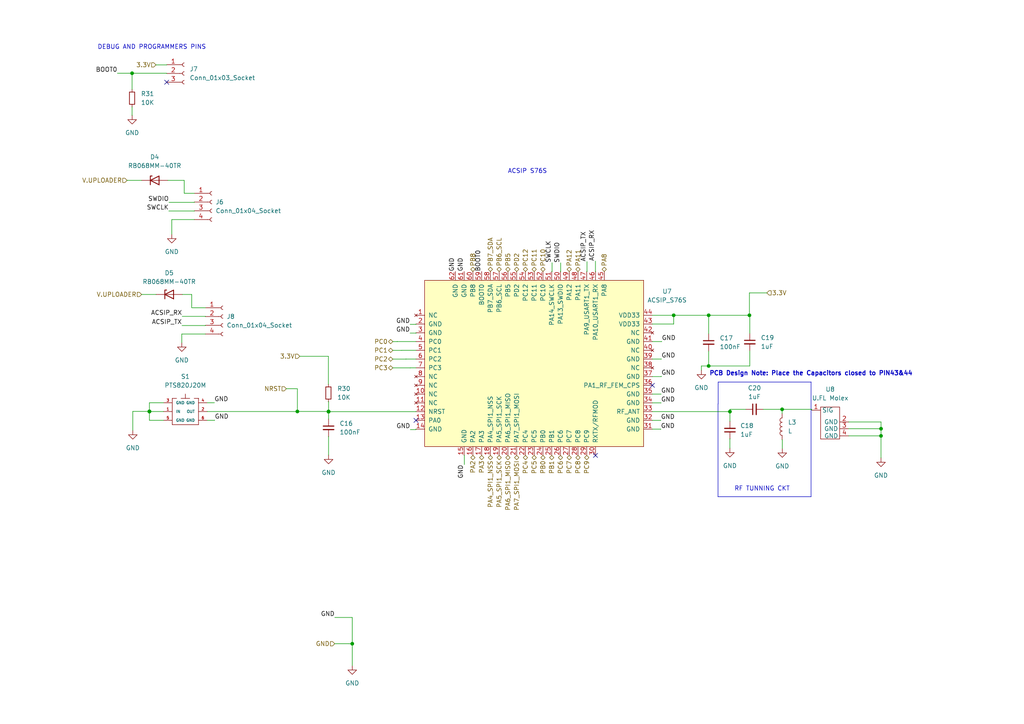
<source format=kicad_sch>
(kicad_sch (version 20231120) (generator "eeschema") (generator_version "8.0")
  (paper "A4")
  (title_block (title "PWX-Schematic_Repo") (date "2024-10-04") (rev "0") (company "Packetworx") (comment 1 "J.Javier"))
  (lib_symbols
    (symbol "Connector:Conn_01x03_Socket" (pin_names (offset 1.016) hide)
      (property "Reference" "J" (at 0 5.08 0))
      (property "Value" "Conn_01x03_Socket" (at 0 -5.08 0))
      (symbol "Conn_01x03_Socket_1_1"
        (arc (start 0 -2.032) (mid -0.5058 -2.54) (end 0 -3.048) (stroke (width 0.1524)))
        (polyline (pts (xy -1.27 -2.54) (xy -0.508 -2.54)) (stroke (width 0.1524)))
        (polyline (pts (xy -1.27 0) (xy -0.508 0)) (stroke (width 0.1524)))
        (polyline (pts (xy -1.27 2.54) (xy -0.508 2.54)) (stroke (width 0.1524)))
        (arc (start 0 0.508) (mid -0.5058 0) (end 0 -0.508) (stroke (width 0.1524)))
        (arc (start 0 3.048) (mid -0.5058 2.54) (end 0 2.032) (stroke (width 0.1524)))
        (pin passive line (at -5.08 2.54 0) (length 3.81) (name "Pin_1") (number "1"))
        (pin passive line (at -5.08 0 0) (length 3.81) (name "Pin_2") (number "2"))
        (pin passive line (at -5.08 -2.54 0) (length 3.81) (name "Pin_3") (number "3"))
      )
    )
    (symbol "Connector:Conn_01x04_Socket" (pin_names (offset 1.016) hide)
      (property "Reference" "J" (at 0 5.08 0))
      (property "Value" "Conn_01x04_Socket" (at 0 -7.62 0))
      (symbol "Conn_01x04_Socket_1_1"
        (arc (start 0 -4.572) (mid -0.5058 -5.08) (end 0 -5.588) (stroke (width 0.1524)))
        (arc (start 0 -2.032) (mid -0.5058 -2.54) (end 0 -3.048) (stroke (width 0.1524)))
        (polyline (pts (xy -1.27 -5.08) (xy -0.508 -5.08)) (stroke (width 0.1524)))
        (polyline (pts (xy -1.27 -2.54) (xy -0.508 -2.54)) (stroke (width 0.1524)))
        (polyline (pts (xy -1.27 0) (xy -0.508 0)) (stroke (width 0.1524)))
        (polyline (pts (xy -1.27 2.54) (xy -0.508 2.54)) (stroke (width 0.1524)))
        (arc (start 0 0.508) (mid -0.5058 0) (end 0 -0.508) (stroke (width 0.1524)))
        (arc (start 0 3.048) (mid -0.5058 2.54) (end 0 2.032) (stroke (width 0.1524)))
        (pin passive line (at -5.08 2.54 0) (length 3.81) (name "Pin_1") (number "1"))
        (pin passive line (at -5.08 0 0) (length 3.81) (name "Pin_2") (number "2"))
        (pin passive line (at -5.08 -2.54 0) (length 3.81) (name "Pin_3") (number "3"))
        (pin passive line (at -5.08 -5.08 0) (length 3.81) (name "Pin_4") (number "4"))
      )
    )
    (symbol "Device:C_Small" (pin_numbers hide) (pin_names (offset 0.254) hide)
      (property "Reference" "C" (at 0.254 1.778 0))
      (property "Value" "C_Small" (at 0.254 -2.032 0))
      (symbol "C_Small_0_1"
        (polyline (pts (xy -1.524 -0.508) (xy 1.524 -0.508)) (stroke (width 0.3302)))
        (polyline (pts (xy -1.524 0.508) (xy 1.524 0.508)) (stroke (width 0.3048)))
      )
      (symbol "C_Small_1_1"
        (pin passive line (at 0 2.54 270) (length 2.032) (name "~") (number "1"))
        (pin passive line (at 0 -2.54 90) (length 2.032) (name "~") (number "2"))
      )
    )
    (symbol "Device:D_Zener" (pin_numbers hide) (pin_names (offset 1.016) hide)
      (property "Reference" "D" (at 0 2.54 0))
      (property "Value" "D_Zener" (at 0 -2.54 0))
      (symbol "D_Zener_0_1"
        (polyline (pts (xy 1.27 0) (xy -1.27 0)))
        (polyline (pts (xy -1.27 -1.27) (xy -1.27 1.27) (xy -0.762 1.27)) (stroke (width 0.254)))
        (polyline (pts (xy 1.27 -1.27) (xy 1.27 1.27) (xy -1.27 0) (xy 1.27 -1.27)) (stroke (width 0.254)))
      )
      (symbol "D_Zener_1_1"
        (pin passive line (at -3.81 0 0) (length 2.54) (name "K") (number "1"))
        (pin passive line (at 3.81 0 180) (length 2.54) (name "A") (number "2"))
      )
    )
    (symbol "Device:L" (pin_numbers hide) (pin_names (offset 1.016) hide)
      (property "Reference" "L" (at -1.27 0 90))
      (property "Value" "L" (at 1.905 0 90))
      (symbol "L_0_1"
        (arc (start 0 -2.54) (mid 0.6323 -1.905) (end 0 -1.27))
        (arc (start 0 -1.27) (mid 0.6323 -0.635) (end 0 0))
        (arc (start 0 0) (mid 0.6323 0.635) (end 0 1.27))
        (arc (start 0 1.27) (mid 0.6323 1.905) (end 0 2.54))
      )
      (symbol "L_1_1"
        (pin passive line (at 0 3.81 270) (length 1.27) (name "1") (number "1"))
        (pin passive line (at 0 -3.81 90) (length 1.27) (name "2") (number "2"))
      )
    )
    (symbol "Device:R_Small" (pin_numbers hide) (pin_names (offset 0.254) hide)
      (property "Reference" "R" (at 0.762 0.508 0))
      (property "Value" "R_Small" (at 0.762 -1.016 0))
      (symbol "R_Small_0_1"
        (rectangle (start -0.762 1.778) (end 0.762 -1.778) (stroke (width 0.2032)))
      )
      (symbol "R_Small_1_1"
        (pin passive line (at 0 2.54 270) (length 0.762) (name "~") (number "1"))
        (pin passive line (at 0 -2.54 90) (length 0.762) (name "~") (number "2"))
      )
    )
    (symbol "PWX2023_SYMBOL:ACSIP_S76S" (pin_names (offset 1.016))
      (property "Reference" "U" (at 1.27 49.53 0))
      (property "Value" "ACSIP_S76S" (at 33.02 24.13 0))
      (symbol "ACSIP_S76S_0_1"
        (rectangle (start 0 0) (end 63.5 48.26) (fill (type background)))
      )
      (symbol "ACSIP_S76S_1_1"
        (pin no_connect line (at -2.54 38.1 0) (length 2.54) (name "NC") (number "1"))
        (pin no_connect line (at -2.54 15.24 0) (length 2.54) (name "NC") (number "10"))
        (pin no_connect line (at -2.54 12.7 0) (length 2.54) (name "NC") (number "11"))
        (pin input line (at -2.54 10.16 0) (length 2.54) (name "NRST") (number "12"))
        (pin bidirectional line (at -2.54 7.62 0) (length 2.54) (name "PA0") (number "13"))
        (pin passive line (at -2.54 5.08 0) (length 2.54) (name "GND") (number "14"))
        (pin passive line (at 11.43 -2.54 90) (length 2.54) (name "GND") (number "15"))
        (pin bidirectional line (at 13.97 -2.54 90) (length 2.54) (name "PA2") (number "16"))
        (pin bidirectional line (at 16.51 -2.54 90) (length 2.54) (name "PA3") (number "17"))
        (pin bidirectional line (at 19.05 -2.54 90) (length 2.54) (name "PA4_SPI1_NSS") (number "18"))
        (pin bidirectional line (at 21.59 -2.54 90) (length 2.54) (name "PA5_SPI1_SCK") (number "19"))
        (pin passive line (at -2.54 35.56 0) (length 2.54) (name "GND") (number "2"))
        (pin bidirectional line (at 24.13 -2.54 90) (length 2.54) (name "PA6_SPI1_MISO") (number "20"))
        (pin bidirectional line (at 26.67 -2.54 90) (length 2.54) (name "PA7_SPI1_MOSI") (number "21"))
        (pin bidirectional line (at 29.21 -2.54 90) (length 2.54) (name "PC4") (number "22"))
        (pin bidirectional line (at 31.75 -2.54 90) (length 2.54) (name "PC5") (number "23"))
        (pin bidirectional line (at 34.29 -2.54 90) (length 2.54) (name "PB0") (number "24"))
        (pin bidirectional line (at 36.83 -2.54 90) (length 2.54) (name "PB1") (number "25"))
        (pin bidirectional line (at 39.37 -2.54 90) (length 2.54) (name "PC6") (number "26"))
        (pin bidirectional line (at 41.91 -2.54 90) (length 2.54) (name "PC7") (number "27"))
        (pin bidirectional line (at 44.45 -2.54 90) (length 2.54) (name "PC8") (number "28"))
        (pin bidirectional line (at 46.99 -2.54 90) (length 2.54) (name "PC9") (number "29"))
        (pin passive line (at -2.54 33.02 0) (length 2.54) (name "GND") (number "3"))
        (pin output line (at 49.53 -2.54 90) (length 2.54) (name "RXTX/RFMOD") (number "30"))
        (pin passive line (at 66.04 5.08 180) (length 2.54) (name "GND") (number "31"))
        (pin passive line (at 66.04 7.62 180) (length 2.54) (name "GND") (number "32"))
        (pin bidirectional line (at 66.04 10.16 180) (length 2.54) (name "RF_ANT") (number "33"))
        (pin passive line (at 66.04 12.7 180) (length 2.54) (name "GND") (number "34"))
        (pin passive line (at 66.04 15.24 180) (length 2.54) (name "GND") (number "35"))
        (pin output line (at 66.04 17.78 180) (length 2.54) (name "PA1_RF_FEM_CPS") (number "36"))
        (pin passive line (at 66.04 20.32 180) (length 2.54) (name "GND") (number "37"))
        (pin no_connect line (at 66.04 22.86 180) (length 2.54) (name "NC") (number "38"))
        (pin passive line (at 66.04 25.4 180) (length 2.54) (name "GND") (number "39"))
        (pin bidirectional line (at -2.54 30.48 0) (length 2.54) (name "PC0") (number "4"))
        (pin no_connect line (at 66.04 27.94 180) (length 2.54) (name "NC") (number "40"))
        (pin passive line (at 66.04 30.48 180) (length 2.54) (name "GND") (number "41"))
        (pin no_connect line (at 66.04 33.02 180) (length 2.54) (name "NC") (number "42"))
        (pin power_in line (at 66.04 35.56 180) (length 2.54) (name "VDD33") (number "43"))
        (pin power_in line (at 66.04 38.1 180) (length 2.54) (name "VDD33") (number "44"))
        (pin bidirectional line (at 52.07 50.8 270) (length 2.54) (name "PA8") (number "45"))
        (pin bidirectional line (at 49.53 50.8 270) (length 2.54) (name "PA10_USART1_RX") (number "46"))
        (pin bidirectional line (at 46.99 50.8 270) (length 2.54) (name "PA9_USART1_TX") (number "47"))
        (pin bidirectional line (at 44.45 50.8 270) (length 2.54) (name "PA11") (number "48"))
        (pin bidirectional line (at 41.91 50.8 270) (length 2.54) (name "PA12") (number "49"))
        (pin bidirectional line (at -2.54 27.94 0) (length 2.54) (name "PC1") (number "5"))
        (pin bidirectional line (at 39.37 50.8 270) (length 2.54) (name "PA13_SWDIO") (number "50"))
        (pin bidirectional line (at 36.83 50.8 270) (length 2.54) (name "PA14_SWCLK") (number "51"))
        (pin bidirectional line (at 34.29 50.8 270) (length 2.54) (name "PC10") (number "52"))
        (pin bidirectional line (at 31.75 50.8 270) (length 2.54) (name "PC11") (number "53"))
        (pin bidirectional line (at 29.21 50.8 270) (length 2.54) (name "PC12") (number "54"))
        (pin bidirectional line (at 26.67 50.8 270) (length 2.54) (name "PD2") (number "55"))
        (pin bidirectional line (at 24.13 50.8 270) (length 2.54) (name "PB5") (number "56"))
        (pin bidirectional line (at 21.59 50.8 270) (length 2.54) (name "PB6_SCL") (number "57"))
        (pin bidirectional line (at 19.05 50.8 270) (length 2.54) (name "PB7_SDA") (number "58"))
        (pin bidirectional line (at 16.51 50.8 270) (length 2.54) (name "BOOT0") (number "59"))
        (pin bidirectional line (at -2.54 25.4 0) (length 2.54) (name "PC2") (number "6"))
        (pin bidirectional line (at 13.97 50.8 270) (length 2.54) (name "PB8") (number "60"))
        (pin passive line (at 11.43 50.8 270) (length 2.54) (name "GND") (number "61"))
        (pin passive line (at 8.89 50.8 270) (length 2.54) (name "GND") (number "62"))
        (pin bidirectional line (at -2.54 22.86 0) (length 2.54) (name "PC3") (number "7"))
        (pin no_connect line (at -2.54 20.32 0) (length 2.54) (name "NC") (number "8"))
        (pin no_connect line (at -2.54 17.78 0) (length 2.54) (name "NC") (number "9"))
      )
    )
    (symbol "PWX2023_SYMBOL:PTS820J20M" (pin_names (offset 1.016))
      (property "Reference" "S" (at 8.89 -11.43 0))
      (property "Value" "PTS820J20M" (at 8.89 0 0))
      (symbol "PTS820J20M_0_1"
        (rectangle (start 5.08 -10.16) (end 12.7 -10.16))
        (rectangle (start 5.08 -2.54) (end 5.08 -10.16))
        (rectangle (start 5.08 -2.54) (end 6.35 -2.54))
        (rectangle (start 7.62 -2.54) (end 10.16 -2.54))
        (rectangle (start 8.89 -1.27) (end 8.89 -2.54))
        (rectangle (start 12.7 -10.16) (end 12.7 -2.54))
        (rectangle (start 12.7 -2.54) (end 11.43 -2.54))
        (rectangle (start 12.7 -2.54) (end 12.7 -2.54))
      )
      (symbol "PTS820J20M_1_1"
        (pin input line (at 2.54 -6.35 0) (length 2.54) (name "IN") (number "1"))
        (pin input line (at 15.24 -6.35 180) (length 2.54) (name "OUT") (number "2"))
        (pin input line (at 2.54 -3.81 0) (length 2.54) (name "GND") (number "3"))
        (pin input line (at 15.24 -3.81 180) (length 2.54) (name "GND") (number "4"))
        (pin input line (at 2.54 -8.89 0) (length 2.54) (name "GND") (number "5"))
        (pin input line (at 15.24 -8.89 180) (length 2.54) (name "GND") (number "6"))
      )
    )
    (symbol "PWX2023_SYMBOL:U.FL-Molex"
      (property "Reference" "U" (at -0.0972 -1.295 0))
      (property "Value" "U.FL Molex" (at 0 0 0))
      (symbol "U.FL-Molex_0_1"
        (rectangle (start -1.7231 9.5688) (end 3.81 0.2992))
      )
      (symbol "U.FL-Molex_1_1"
        (pin input line (at -4.3203 8.6608 0) (length 2.54) (name "SIG") (number "1"))
        (pin input line (at 6.4274 5.2402 180) (length 2.54) (name "GND") (number "2"))
        (pin input line (at 6.4274 3.2764 180) (length 2.54) (name "GND") (number "3"))
        (pin input line (at 6.4485 1.2071 180) (length 2.54) (name "GND") (number "4"))
      )
    )
    (symbol "power:GND" (power) (pin_names (offset 0))
      (property "Value" "GND" (at 0 -3.81 0))
      (symbol "GND_0_1"
        (polyline (pts (xy 0 0) (xy 0 -1.27) (xy 1.27 -1.27) (xy 0 -2.54) (xy -1.27 -1.27) (xy 0 -1.27)))
      )
      (symbol "GND_1_1"
        (pin power_in line (at 0 0 270) (length 0) hide (name "GND") (number "1"))
      )
    )
  )
  (junction (at 211.7107 119.385))
  (junction (at 255.5343 124.3502))
  (junction (at 205.5425 91.445))
  (junction (at 38.3056 21.2391))
  (junction (at 95.2972 119.3435))
  (junction (at 43.3397 119.3618))
  (junction (at 217.3651 91.445))
  (junction (at 86.2546 119.3435))
  (junction (at 226.845 118.7207))
  (junction (at 102.1677 186.7088))
  (junction (at 43.3397 119.3202))
  (junction (at 195.3942 91.445))
  (junction (at 95.2972 119.4015))
  (junction (at 255.5244 126.4195))
  (junction (at 205.5425 106.1498))
  (no_connect (at 120.6485 121.925))
  (no_connect (at 189.2285 111.765))
  (no_connect (at 48.3407 23.8446))
  (no_connect (at 172.7185 132.085))
  (wire (pts (xy 38.3056 21.2391) (xy 48.3407 21.2391)))
  (wire (pts (xy 211.6963 127.2888) (xy 211.7107 127.2888)))
  (wire (pts (xy 86.2546 119.3618) (xy 86.2546 119.3435)))
  (wire (pts (xy 49.8238 63.6836) (xy 49.8238 67.9391)))
  (wire (pts (xy 47.4188 121.9018) (xy 43.3397 121.9018)))
  (wire (pts (xy 95.2972 119.4015) (xy 120.6485 119.4015)))
  (wire (pts (xy 117.7474 104.1568) (xy 117.7474 104.145)))
  (wire (pts (xy 36.8611 52.315) (xy 41.0591 52.315)))
  (wire (pts (xy 95.2957 131.9882) (xy 95.2957 126.6314)))
  (wire (pts (xy 38.3056 33.4316) (xy 38.3261 33.4316)))
  (wire (pts (xy 119.0064 124.6001) (xy 120.6485 124.6001)))
  (wire (pts (xy 95.2972 119.3435) (xy 95.2972 116.5313)))
  (wire (pts (xy 97.0877 186.7088) (xy 102.1677 186.7088)))
  (wire (pts (xy 43.3397 121.9018) (xy 43.3397 119.3618)))
  (wire (pts (xy 115.2074 99.065) (xy 120.6485 99.065)))
  (wire (pts (xy 246.1541 124.3502) (xy 255.5343 124.3502)))
  (wire (pts (xy 43.3397 119.3202) (xy 43.3397 119.3618)))
  (wire (pts (xy 191.7174 114.305) (xy 191.7174 114.3097)))
  (wire (pts (xy 191.6535 124.465) (xy 191.6535 124.5605)))
  (wire (pts (xy 189.2285 93.985) (xy 195.3942 93.985)))
  (wire (pts (xy 195.3942 91.445) (xy 205.5425 91.445)))
  (wire (pts (xy 60.1188 119.3618) (xy 86.2546 119.3618)))
  (wire (pts (xy 189.2285 104.145) (xy 191.8205 104.145)))
  (wire (pts (xy 113.9374 106.6968) (xy 119.0174 106.6968)))
  (wire (pts (xy 43.3397 119.3618) (xy 47.4188 119.3618)))
  (wire (pts (xy 235.4064 118.7207) (xy 235.4064 118.9658)))
  (wire (pts (xy 52.7277 99.3866) (xy 52.7277 96.8874)))
  (wire (pts (xy 38.3056 25.9413) (xy 38.3056 21.2391)))
  (wire (pts (xy 246.1752 126.4195) (xy 255.5244 126.4195)))
  (wire (pts (xy 211.6963 130.0133) (xy 211.6963 127.2888)))
  (wire (pts (xy 222.4152 84.953) (xy 217.3651 84.953)))
  (wire (pts (xy 116.4774 101.605) (xy 120.6485 101.605)))
  (wire (pts (xy 59.5676 94.4176) (xy 59.5676 94.3474)))
  (wire (pts (xy 217.4703 91.445) (xy 217.4703 96.684)))
  (wire (pts (xy 160.1211 76.1959) (xy 160.1211 78.745)))
  (wire (pts (xy 113.9374 101.6168) (xy 116.4774 101.6168)))
  (wire (pts (xy 83.0562 112.7504) (xy 86.2546 112.7504)))
  (wire (pts (xy 41.0675 85.4064) (xy 45.2655 85.4064)))
  (wire (pts (xy 38.3056 31.0213) (xy 38.3056 33.4316)))
  (wire (pts (xy 170.2537 78.745) (xy 170.1785 78.745)))
  (wire (pts (xy 120.6485 119.4015) (xy 120.6485 119.385)))
  (wire (pts (xy 49.0023 58.6968) (xy 56.3642 58.6968)))
  (wire (pts (xy 95.2491 103.3375) (xy 95.2491 111.4513)))
  (wire (pts (xy 191.8205 104.145) (xy 191.8205 104.1078)))
  (wire (pts (xy 211.7107 119.385) (xy 211.7107 122.2088)))
  (wire (pts (xy 255.5244 126.4195) (xy 255.5343 126.4195)))
  (wire (pts (xy 191.7174 116.845) (xy 191.7174 116.8748)))
  (wire (pts (xy 62.2575 121.9018) (xy 62.2575 121.8454)))
  (wire (pts (xy 162.6221 76.244) (xy 162.6221 78.745)))
  (wire (pts (xy 217.3651 84.953) (xy 217.3651 91.445)))
  (wire (pts (xy 226.8947 127.5648) (xy 226.845 127.5648)))
  (wire (pts (xy 120.6485 124.6001) (xy 120.6485 124.465)))
  (wire (pts (xy 226.845 118.7207) (xy 235.4064 118.7207)))
  (wire (pts (xy 172.7066 78.745) (xy 172.7185 78.745)))
  (wire (pts (xy 246.1541 122.3864) (xy 255.5343 122.3864)))
  (wire (pts (xy 55.6098 89.2674) (xy 59.5676 89.2674)))
  (wire (pts (xy 97.0877 179.0888) (xy 102.1677 179.0888)))
  (wire (pts (xy 47.4188 116.8218) (xy 43.3397 116.8218)))
  (wire (pts (xy 189.2285 99.065) (xy 191.9166 99.065)))
  (wire (pts (xy 118.9343 96.6081) (xy 120.6485 96.6081)))
  (wire (pts (xy 170.2537 75.8772) (xy 170.2537 78.745)))
  (wire (pts (xy 195.3942 93.985) (xy 195.3942 91.445)))
  (polyline (pts (xy 208.2992 110.8144) (xy 208.2992 117.1452)))
  (wire (pts (xy 55.6098 85.4064) (xy 55.6098 89.2674)))
  (wire (pts (xy 118.9343 94.0831) (xy 120.6485 94.0831)))
  (wire (pts (xy 119.0174 106.685) (xy 120.6485 106.685)))
  (wire (pts (xy 38.5174 119.3202) (xy 43.3397 119.3202)))
  (wire (pts (xy 255.5244 132.8005) (xy 255.5244 126.4195)))
  (wire (pts (xy 95.2972 116.5313) (xy 95.2491 116.5313)))
  (wire (pts (xy 226.8947 130.1095) (xy 226.8947 127.5648)))
  (wire (pts (xy 117.7474 104.145) (xy 120.6485 104.145)))
  (wire (pts (xy 205.5425 91.445) (xy 217.3651 91.445)))
  (wire (pts (xy 56.3642 61.1978) (xy 56.3642 61.1436)))
  (wire (pts (xy 189.2285 114.305) (xy 191.7174 114.305)))
  (wire (pts (xy 53.4311 56.0636) (xy 56.3642 56.0636)))
  (wire (pts (xy 189.2285 119.385) (xy 211.7107 119.385)))
  (wire (pts (xy 119.0174 106.6968) (xy 119.0174 106.685)))
  (wire (pts (xy 189.2285 116.845) (xy 191.7174 116.845)))
  (polyline (pts (xy 235.2379 144.0669) (xy 235.2379 110.8144)))
  (polyline (pts (xy 208.256 144.0669) (xy 235.2379 144.0669)))
  (wire (pts (xy 95.2957 126.6314) (xy 95.2972 126.6314)))
  (wire (pts (xy 95.2972 121.5514) (xy 95.2972 119.4015)))
  (wire (pts (xy 48.6791 52.315) (xy 53.4311 52.315)))
  (wire (pts (xy 59.5676 91.7642) (xy 59.5676 91.8074)))
  (wire (pts (xy 203.4335 106.1498) (xy 203.4335 107.3798)))
  (wire (pts (xy 116.4774 101.6168) (xy 116.4774 101.605)))
  (wire (pts (xy 102.1677 186.7088) (xy 102.1677 193.0588)))
  (wire (pts (xy 203.4335 106.1498) (xy 205.5425 106.1498)))
  (wire (pts (xy 38.5174 124.8353) (xy 38.5174 119.3202)))
  (wire (pts (xy 52.8855 85.4064) (xy 55.6098 85.4064)))
  (polyline (pts (xy 208.256 117.1631) (xy 208.256 144.0669)))
  (wire (pts (xy 189.2285 121.925) (xy 191.6535 121.925)))
  (wire (pts (xy 86.2546 119.3435) (xy 95.2972 119.3435)))
  (wire (pts (xy 60.1188 121.9018) (xy 62.2575 121.9018)))
  (wire (pts (xy 115.2074 99.0768) (xy 115.2074 99.065)))
  (wire (pts (xy 205.5425 106.1498) (xy 217.4703 106.1498)))
  (wire (pts (xy 52.7277 96.8874) (xy 59.5676 96.8874)))
  (wire (pts (xy 113.9374 104.1568) (xy 117.7474 104.1568)))
  (wire (pts (xy 48.3407 21.2391) (xy 48.3407 21.3046)))
  (wire (pts (xy 86.2546 112.7504) (xy 86.2546 119.3435)))
  (wire (pts (xy 160.1211 78.745) (xy 160.0185 78.745)))
  (wire (pts (xy 255.5343 124.3502) (xy 255.5343 126.4195)))
  (wire (pts (xy 60.1188 116.8218) (xy 62.1613 116.8218)))
  (wire (pts (xy 43.3397 116.8218) (xy 43.3397 119.3202)))
  (wire (pts (xy 211.7107 118.7207) (xy 211.7107 119.385)))
  (wire (pts (xy 134.6798 134.7491) (xy 134.6798 132.085)))
  (wire (pts (xy 45.2323 18.8196) (xy 48.3407 18.8196)))
  (wire (pts (xy 38.3056 21.2391) (xy 34.0483 21.2391)))
  (wire (pts (xy 62.1613 116.8218) (xy 62.1613 116.7793)))
  (wire (pts (xy 226.845 118.7207) (xy 226.845 119.9448)))
  (wire (pts (xy 191.6535 121.925) (xy 191.6535 121.9312)))
  (wire (pts (xy 120.6485 96.6081) (xy 120.6485 96.525)))
  (wire (pts (xy 191.9166 99.065) (xy 191.9166 99.0468)))
  (wire (pts (xy 221.3689 118.7207) (xy 226.845 118.7207)))
  (wire (pts (xy 172.7066 75.7329) (xy 172.7066 78.745)))
  (wire (pts (xy 189.2285 109.225) (xy 191.8027 109.225)))
  (wire (pts (xy 189.2285 91.445) (xy 195.3942 91.445)))
  (wire (pts (xy 113.9374 99.0768) (xy 115.2074 99.0768)))
  (wire (pts (xy 52.836 91.7642) (xy 59.5676 91.7642)))
  (wire (pts (xy 120.6485 94.0831) (xy 120.6485 93.985)))
  (polyline (pts (xy 235.2838 110.8144) (xy 208.2992 110.8144)))
  (wire (pts (xy 56.3642 63.6836) (xy 49.8238 63.6836)))
  (wire (pts (xy 102.1677 179.0888) (xy 102.1677 186.7088)))
  (wire (pts (xy 95.2972 119.4015) (xy 95.2972 119.3435)))
  (wire (pts (xy 191.8027 109.225) (xy 191.8027 109.0991)))
  (wire (pts (xy 48.3407 18.8196) (xy 48.3407 18.7646)))
  (wire (pts (xy 217.4703 106.1498) (xy 217.4703 101.764)))
  (wire (pts (xy 86.9552 103.3375) (xy 95.2491 103.3375)))
  (wire (pts (xy 205.5425 91.445) (xy 205.5425 96.7802)))
  (wire (pts (xy 205.5425 101.8602) (xy 205.5425 106.1498)))
  (wire (pts (xy 53.4311 52.315) (xy 53.4311 56.0636)))
  (wire (pts (xy 48.9542 61.1978) (xy 56.3642 61.1978)))
  (wire (pts (xy 162.6221 78.745) (xy 162.5585 78.745)))
  (wire (pts (xy 52.7839 94.4176) (xy 59.5676 94.4176)))
  (wire (pts (xy 56.3642 58.6968) (xy 56.3642 58.6036)))
  (wire (pts (xy 217.3651 91.445) (xy 217.4703 91.445)))
  (wire (pts (xy 211.7107 118.7207) (xy 216.2889 118.7207)))
  (wire (pts (xy 189.2285 124.465) (xy 191.6535 124.465)))
  (wire (pts (xy 255.5343 122.3864) (xy 255.5343 124.3502)))
  (wire (pts (xy 134.6798 132.085) (xy 134.6185 132.085)))
  (text "RF TUNNING CKT" (at 212.9709 142.5904 0) (effects (font (size 1.27 1.27)) (justify left bottom)))
  (text "DEBUG AND PROGRAMMERS PINS" (at 28.2691 14.4936 0) (effects (font (size 1.27 1.27)) (justify left bottom)))
  (text "PCB Design Note: Place the Capacitors closed to PIN43&44" (at 235.2304 108.403 0) (effects (font (size 1.27 1.27) (thickness 0.254) (bold yes))))
  (text "ACSIP S76S" (at 147.252 50.5006 0) (effects (font (size 1.27 1.27)) (justify left bottom)))
  (label "GND" (at 62.2575 121.8454 0))
  (label "GND" (at 191.8205 104.1078 0))
  (label "GND" (at 134.6798 134.7491 270))
  (label "GND" (at 191.9166 99.0468 0))
  (label "GND" (at 119.0064 124.6001 180))
  (label "BOOT0" (at 34.0483 21.2391 180))
  (label "GND" (at 191.8027 109.0991 0))
  (label "GND" (at 97.0877 179.0888 180))
  (label "ACSIP_RX" (at 52.836 91.7642 180))
  (label "ACSIP_TX" (at 52.7839 94.4176 180))
  (label "GND" (at 191.7174 114.3097 0))
  (label "GND" (at 132.0785 78.745 90))
  (label "SWDIO" (at 162.6221 76.244 90))
  (label "SWCLK" (at 160.1211 76.1959 90))
  (label "GND" (at 118.9343 94.0831 180))
  (label "GND" (at 134.6185 78.745 90))
  (label "GND" (at 62.1613 116.7793 0))
  (label "GND" (at 191.7174 116.8748 0))
  (label "GND" (at 118.9343 96.6081 180))
  (label "ACSIP_RX" (at 172.7066 75.7329 90))
  (label "ACSIP_TX" (at 170.2537 75.8772 90))
  (label "GND" (at 191.6535 124.5605 0))
  (label "GND" (at 191.6535 121.9312 0))
  (label "SWDIO" (at 49.0023 58.6968 180))
  (label "BOOT0" (at 139.6985 78.745 90))
  (label "SWCLK" (at 48.9542 61.1978 180))
  (hierarchical_label "PC10" (shape bidirectional) (at 157.4785 78.745 90))
  (hierarchical_label "PD2" (shape bidirectional) (at 149.8585 78.745 90))
  (hierarchical_label "PB8" (shape bidirectional) (at 137.1585 78.745 90))
  (hierarchical_label "PC5" (shape bidirectional) (at 154.9385 132.085 270))
  (hierarchical_label "PB0" (shape bidirectional) (at 157.4785 132.085 270))
  (hierarchical_label "3.3V" (shape input) (at 86.9552 103.3375 180))
  (hierarchical_label "PB1" (shape bidirectional) (at 160.0185 132.085 270))
  (hierarchical_label "GND" (shape input) (at 97.0877 186.7088 180))
  (hierarchical_label "3.3V" (shape input) (at 222.4152 84.953 0))
  (hierarchical_label "PA12" (shape bidirectional) (at 165.0985 78.745 90))
  (hierarchical_label "PA8" (shape bidirectional) (at 175.2585 78.745 90))
  (hierarchical_label "PA3" (shape bidirectional) (at 139.6985 132.085 270))
  (hierarchical_label "PC4" (shape bidirectional) (at 152.3985 132.085 270))
  (hierarchical_label "PA7_SPI1_MOSI" (shape bidirectional) (at 149.8585 132.085 270))
  (hierarchical_label "PC6" (shape bidirectional) (at 162.5585 132.085 270))
  (hierarchical_label "3.3V" (shape input) (at 45.2323 18.8196 180))
  (hierarchical_label "PA6_SPI1_MISO" (shape bidirectional) (at 147.3185 132.085 270))
  (hierarchical_label "PC9" (shape bidirectional) (at 170.1785 132.085 270))
  (hierarchical_label "PC8" (shape bidirectional) (at 167.6385 132.085 270))
  (hierarchical_label "PC3" (shape bidirectional) (at 113.9374 106.6968 180))
  (hierarchical_label "NRST" (shape input) (at 83.0562 112.7504 180))
  (hierarchical_label "PB6_SCL" (shape bidirectional) (at 144.7785 78.745 90))
  (hierarchical_label "PC7" (shape bidirectional) (at 165.0985 132.085 270))
  (hierarchical_label "V.UPLOADER" (shape input) (at 41.0675 85.4064 180))
  (hierarchical_label "PC1" (shape bidirectional) (at 113.9374 101.6168 180))
  (hierarchical_label "PA4_SPI1_NSS" (shape bidirectional) (at 142.2385 132.085 270))
  (hierarchical_label "V.UPLOADER" (shape input) (at 36.8611 52.315 180))
  (hierarchical_label "PA11" (shape bidirectional) (at 167.6385 78.745 90))
  (hierarchical_label "PC11" (shape bidirectional) (at 154.9385 78.745 90))
  (hierarchical_label "PB5" (shape bidirectional) (at 147.3185 78.745 90))
  (hierarchical_label "PC2" (shape bidirectional) (at 113.9374 104.1568 180))
  (hierarchical_label "PA5_SPI1_SCK" (shape bidirectional) (at 144.7785 132.085 270))
  (hierarchical_label "PC0" (shape bidirectional) (at 113.9374 99.0768 180))
  (hierarchical_label "PA2" (shape bidirectional) (at 137.1585 132.085 270))
  (hierarchical_label "PC12" (shape bidirectional) (at 152.3985 78.745 90))
  (hierarchical_label "PB7_SDA" (shape bidirectional) (at 142.2385 78.745 90))
  (symbol (lib_id "Connector:Conn_01x03_Socket") (at 53.4207 21.3046 0) (unit 1)
    (property "Reference" "J7" (at 54.9959 20.0346 0) (effects (justify left)))
    (property "Value" "Conn_01x03_Socket" (at 54.9959 22.5746 0) (effects (justify left)))
    (property "Footprint" "Connector_PinSocket_2.54mm:PinSocket_1x03_P2.54mm_Vertical" (effects (hide yes)))
    (instances (project "Fuel Sensor 12V Modbus Version Optimized" (path "" (reference "J7") (unit 1))) (project "PWX-Schematic Repo" (path "" (reference "J?") (unit 1))))
  )
  (symbol (lib_id "power:GND") (at 203.4335 107.3798 0) (unit 1)
    (property "Reference" "#PWR044" (effects (hide yes)))
    (property "Value" "GND" (at 203.4335 112.4598 0))
    (instances (project "Fuel Sensor 12V Modbus Version Optimized" (path "" (reference "#PWR044") (unit 1))) (project "PWX-Schematic Repo" (path "" (reference "#PWR?") (unit 1))))
  )
  (symbol (lib_id "Device:C_Small") (at 217.4703 99.224 0) (unit 1)
    (property "Reference" "C19" (at 220.6453 97.9603 0) (effects (justify left)))
    (property "Value" "1uF" (at 220.6453 100.5003 0) (effects (justify left)))
    (property "Footprint" "Packetworx Symbol&Footprints:C_0603_1608Metric" (effects (hide yes)))
    (instances (project "Fuel Sensor 12V Modbus Version Optimized" (path "" (reference "C19") (unit 1))) (project "PWX-Schematic Repo" (path "" (reference "C?") (unit 1))))
  )
  (symbol (lib_id "power:GND") (at 38.5174 124.8353 0) (unit 1)
    (property "Reference" "#PWR041" (effects (hide yes)))
    (property "Value" "GND" (at 38.5174 129.9153 0))
    (instances (project "Fuel Sensor 12V Modbus Version Optimized" (path "" (reference "#PWR041") (unit 1))) (project "PWX-Schematic Repo" (path "" (reference "#PWR?") (unit 1))))
  )
  (symbol (lib_id "power:GND") (at 38.3261 33.4316 0) (unit 1)
    (property "Reference" "#PWR047" (effects (hide yes)))
    (property "Value" "GND" (at 38.3261 38.5116 0))
    (instances (project "Fuel Sensor 12V Modbus Version Optimized" (path "" (reference "#PWR047") (unit 1))) (project "PWX-Schematic Repo" (path "" (reference "#PWR?") (unit 1))))
  )
  (symbol (lib_id "Device:C_Small") (at 218.8289 118.7207 90) (unit 1)
    (property "Reference" "C20" (at 218.8352 112.547 90))
    (property "Value" "1uF" (at 218.8352 115.087 90))
    (property "Footprint" "Packetworx Symbol&Footprints:C_0603_1608Metric" (effects (hide yes)))
    (instances (project "Fuel Sensor 12V Modbus Version Optimized" (path "" (reference "C20") (unit 1))) (project "PWX-Schematic Repo" (path "" (reference "C?") (unit 1))))
  )
  (symbol (lib_id "Device:R_Small") (at 38.3056 28.4813 0) (unit 1)
    (property "Reference" "R31" (at 40.8456 27.2113 0) (effects (justify left)))
    (property "Value" "10K" (at 40.8456 29.7513 0) (effects (justify left)))
    (property "Footprint" "Packetworx Symbol&Footprints:R_0603_1608Metric" (effects (hide yes)))
    (instances (project "Fuel Sensor 12V Modbus Version Optimized" (path "" (reference "R31") (unit 1))) (project "PWX-Schematic Repo" (path "" (reference "R?") (unit 1))))
  )
  (symbol (lib_id "power:GND") (at 255.5244 132.8005 0) (unit 1)
    (property "Reference" "#PWR048" (effects (hide yes)))
    (property "Value" "GND" (at 255.5244 137.8805 0))
    (instances (project "Fuel Sensor 12V Modbus Version Optimized" (path "" (reference "#PWR048") (unit 1))) (project "PWX-Schematic Repo" (path "" (reference "#PWR?") (unit 1))))
  )
  (symbol (lib_id "power:GND") (at 102.1677 193.0588 0) (unit 1)
    (property "Reference" "#PWR043" (effects (hide yes)))
    (property "Value" "GND" (at 102.1677 198.1388 0))
    (instances (project "Fuel Sensor 12V Modbus Version Optimized" (path "" (reference "#PWR043") (unit 1))) (project "PWX-Schematic Repo" (path "" (reference "#PWR?") (unit 1))))
  )
  (symbol (lib_id "power:GND") (at 226.8947 130.1095 0) (unit 1)
    (property "Reference" "#PWR046" (effects (hide yes)))
    (property "Value" "GND" (at 226.8947 135.1895 0))
    (instances (project "Fuel Sensor 12V Modbus Version Optimized" (path "" (reference "#PWR046") (unit 1))) (project "PWX-Schematic Repo" (path "" (reference "#PWR?") (unit 1))))
  )
  (symbol (lib_id "Device:L") (at 226.845 123.7548 180) (unit 1)
    (property "Reference" "L3" (at 228.5299 122.4848 0) (effects (justify right)))
    (property "Value" "L" (at 228.5299 125.0248 0) (effects (justify right)))
    (property "Footprint" "Packetworx Symbol&Footprints:C_0805_2012Metric" (effects (hide yes)))
    (instances (project "Fuel Sensor 12V Modbus Version Optimized" (path "" (reference "L3") (unit 1))) (project "PWX-Schematic Repo" (path "" (reference "L?") (unit 1))))
  )
  (symbol (lib_id "Device:C_Small") (at 211.7107 124.7488 180) (unit 1)
    (property "Reference" "C18" (at 214.6952 123.4724 0) (effects (justify right)))
    (property "Value" "1uF" (at 214.6952 126.0124 0) (effects (justify right)))
    (property "Footprint" "Packetworx Symbol&Footprints:C_0603_1608Metric" (effects (hide yes)))
    (instances (project "Fuel Sensor 12V Modbus Version Optimized" (path "" (reference "C18") (unit 1))) (project "PWX-Schematic Repo" (path "" (reference "C?") (unit 1))))
  )
  (symbol (lib_id "Device:D_Zener") (at 49.0755 85.4064 0) (unit 1)
    (property "Reference" "D5" (at 49.0755 79.1668 0))
    (property "Value" "RB068MM-40TR" (at 49.0755 81.7068 0))
    (property "Footprint" "Diode_SMD:D_SOD-123F" (effects (hide yes)))
    (instances (project "Fuel Sensor 12V Modbus Version Optimized" (path "" (reference "D5") (unit 1))) (project "PWX-Schematic Repo" (path "" (reference "D?") (unit 1))))
  )
  (symbol (lib_id "Connector:Conn_01x04_Socket") (at 61.4442 58.6036 0) (unit 1)
    (property "Reference" "J6" (at 62.5158 58.6036 0) (effects (justify left)))
    (property "Value" "Conn_01x04_Socket" (at 62.5158 61.1436 0) (effects (justify left)))
    (property "Footprint" "Connector_PinSocket_2.54mm:PinSocket_1x04_P2.54mm_Vertical" (effects (hide yes)))
    (instances (project "Fuel Sensor 12V Modbus Version Optimized" (path "" (reference "J6") (unit 1))) (project "PWX-Schematic Repo" (path "" (reference "J?") (unit 1))))
  )
  (symbol (lib_id "PWX2023_SYMBOL:ACSIP_S76S") (at 123.1885 129.545 0) (unit 1)
    (property "Reference" "U7" (at 193.4845 84.5169 0))
    (property "Value" "ACSIP_S76S" (at 193.4845 87.0569 0))
    (property "Footprint" "Packetworx Symbol&Footprints:ACSIP_S76S" (effects (hide yes)))
    (property "Datasheet" "https://www.acsip.com.tw/index.php?action=products-detail&fid1=19&fid2=&fid3=&id=79" (effects (hide yes)))
    (property "Link" "https://www.acsip.com.tw/index.php?action=products-detail&fid1=19&fid2=&fid3=&id=79" (effects (hide yes)))
    (property "Price" "615.51" (effects (hide yes)))
    (property "Manufacturer_Name" "ACSIP" (effects (hide yes)))
    (instances (project "Fuel Sensor 12V Modbus Version Optimized" (path "" (reference "U7") (unit 1))) (project "PWX-Schematic Repo" (path "" (reference "U?") (unit 1))))
  )
  (symbol (lib_id "power:GND") (at 52.7277 99.3866 0) (unit 1)
    (property "Reference" "#PWR049" (effects (hide yes)))
    (property "Value" "GND" (at 52.7277 104.4666 0))
    (instances (project "Fuel Sensor 12V Modbus Version Optimized" (path "" (reference "#PWR049") (unit 1))) (project "PWX-Schematic Repo" (path "" (reference "#PWR?") (unit 1))))
  )
  (symbol (lib_id "power:GND") (at 95.2957 131.9882 0) (unit 1)
    (property "Reference" "#PWR042" (effects (hide yes)))
    (property "Value" "GND" (at 95.2957 137.0682 0))
    (instances (project "Fuel Sensor 12V Modbus Version Optimized" (path "" (reference "#PWR042") (unit 1))) (project "PWX-Schematic Repo" (path "" (reference "#PWR?") (unit 1))))
  )
  (symbol (lib_id "power:GND") (at 211.6963 130.0133 0) (unit 1)
    (property "Reference" "#PWR045" (effects (hide yes)))
    (property "Value" "GND" (at 211.6963 135.0933 0))
    (instances (project "Fuel Sensor 12V Modbus Version Optimized" (path "" (reference "#PWR045") (unit 1))) (project "PWX-Schematic Repo" (path "" (reference "#PWR?") (unit 1))))
  )
  (symbol (lib_id "Device:C_Small") (at 205.5425 99.3202 0) (unit 1)
    (property "Reference" "C17" (at 208.7175 98.0565 0) (effects (justify left)))
    (property "Value" "100nF" (at 208.7175 100.5965 0) (effects (justify left)))
    (property "Footprint" "Packetworx Symbol&Footprints:C_0603_1608Metric" (effects (hide yes)))
    (instances (project "Fuel Sensor 12V Modbus Version Optimized" (path "" (reference "C17") (unit 1))) (project "PWX-Schematic Repo" (path "" (reference "C?") (unit 1))))
  )
  (symbol (lib_id "Device:D_Zener") (at 44.8691 52.315 0) (unit 1)
    (property "Reference" "D4" (at 44.8691 45.5352 0))
    (property "Value" "RB068MM-40TR" (at 44.8691 48.0752 0))
    (property "Footprint" "Diode_SMD:D_SOD-123F" (effects (hide yes)))
    (instances (project "Fuel Sensor 12V Modbus Version Optimized" (path "" (reference "D4") (unit 1))) (project "PWX-Schematic Repo" (path "" (reference "D?") (unit 1))))
  )
  (symbol (lib_id "PWX2023_SYMBOL:U.FL-Molex") (at 239.7267 127.6266 0) (unit 1)
    (property "Reference" "U8" (at 240.7908 112.916 0))
    (property "Value" "U.FL Molex" (at 240.7908 115.456 0))
    (property "Footprint" "Packetworx Symbol&Footprints:U.FL_Molex_MCRF_73412-0110_Vertical" (effects (hide yes)))
    (property "Datasheet" "https://www.molex.com/pdm_docs/sd/734120110_sd.pdf" (effects (hide yes)))
    (property "Manufacturer_Name" "Molex" (effects (hide yes)))
    (property "Link" "https://www.digikey.ph/en/products/detail/molex/0734120110/1894611" (effects (hide yes)))
    (property "Price" "https://www.digikey.ph/en/products/detail/molex/0734120110/1894611" (effects (hide yes)))
    (instances (project "Fuel Sensor 12V Modbus Version Optimized" (path "" (reference "U8") (unit 1))) (project "PWX-Schematic Repo" (path "" (reference "U?") (unit 1))))
  )
  (symbol (lib_id "Device:C_Small") (at 95.2972 124.0914 0) (unit 1)
    (property "Reference" "C16" (at 98.4722 122.8277 0) (effects (justify left)))
    (property "Value" "100nF" (at 98.4722 125.3677 0) (effects (justify left)))
    (property "Footprint" "Packetworx Symbol&Footprints:C_0603_1608Metric" (effects (hide yes)))
    (instances (project "Fuel Sensor 12V Modbus Version Optimized" (path "" (reference "C16") (unit 1))) (project "PWX-Schematic Repo" (path "" (reference "C?") (unit 1))))
  )
  (symbol (lib_id "PWX2023_SYMBOL:PTS820J20M") (at 44.8788 113.0118 0) (unit 1)
    (property "Reference" "S1" (at 53.7688 109.2164 0))
    (property "Value" "PTS820J20M" (at 53.7688 111.7564 0))
    (property "Footprint" "Packetworx Symbol&Footprints:PTS820J20M" (effects (hide yes)))
    (property "Datasheet" "https://www.ckswitches.com/media/1474/pts820.pdf" (effects (hide yes)))
    (property "Manufacturer_Name" "C&K" (effects (hide yes)))
    (property "Link" "https://www.digikey.ph/en/products/detail/c-k/PTS820-J20M-SMTR-LFS/4176613" (effects (hide yes)))
    (property "Price" "22.28960" (effects (hide yes)))
    (instances (project "Fuel Sensor 12V Modbus Version Optimized" (path "" (reference "S1") (unit 1))) (project "PWX-Schematic Repo" (path "" (reference "S?") (unit 1))))
  )
  (symbol (lib_id "power:GND") (at 49.8238 67.9391 0) (unit 1)
    (property "Reference" "#PWR050" (effects (hide yes)))
    (property "Value" "GND" (at 49.8238 73.0191 0))
    (instances (project "Fuel Sensor 12V Modbus Version Optimized" (path "" (reference "#PWR050") (unit 1))) (project "PWX-Schematic Repo" (path "" (reference "#PWR?") (unit 1))))
  )
  (symbol (lib_id "Device:R_Small") (at 95.2491 113.9913 0) (unit 1)
    (property "Reference" "R30" (at 97.7891 112.7213 0) (effects (justify left)))
    (property "Value" "10K" (at 97.7891 115.2613 0) (effects (justify left)))
    (property "Footprint" "Packetworx Symbol&Footprints:R_0603_1608Metric" (effects (hide yes)))
    (instances (project "Fuel Sensor 12V Modbus Version Optimized" (path "" (reference "R30") (unit 1))) (project "PWX-Schematic Repo" (path "" (reference "R?") (unit 1))))
  )
  (symbol (lib_id "Connector:Conn_01x04_Socket") (at 64.6476 91.8074 0) (unit 1)
    (property "Reference" "J8" (at 65.7192 91.8074 0) (effects (justify left)))
    (property "Value" "Conn_01x04_Socket" (at 65.7192 94.3474 0) (effects (justify left)))
    (property "Footprint" "Connector_PinSocket_2.54mm:PinSocket_1x04_P2.54mm_Vertical" (effects (hide yes)))
    (instances (project "Fuel Sensor 12V Modbus Version Optimized" (path "" (reference "J8") (unit 1))) (project "PWX-Schematic Repo" (path "" (reference "J?") (unit 1))))
  )
)
</source>
